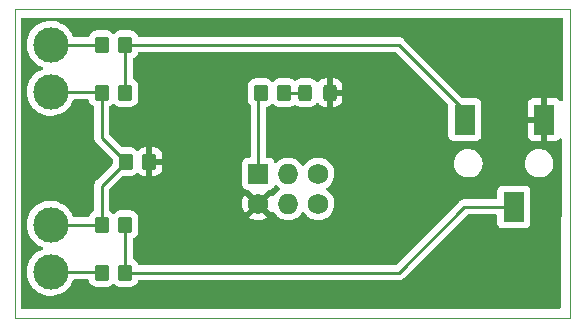
<source format=gbr>
%TF.GenerationSoftware,KiCad,Pcbnew,(6.0.4)*%
%TF.CreationDate,2022-07-05T22:15:58-06:00*%
%TF.ProjectId,fourPostScematic,666f7572-506f-4737-9453-63656d617469,rev?*%
%TF.SameCoordinates,Original*%
%TF.FileFunction,Copper,L1,Top*%
%TF.FilePolarity,Positive*%
%FSLAX46Y46*%
G04 Gerber Fmt 4.6, Leading zero omitted, Abs format (unit mm)*
G04 Created by KiCad (PCBNEW (6.0.4)) date 2022-07-05 22:15:58*
%MOMM*%
%LPD*%
G01*
G04 APERTURE LIST*
G04 Aperture macros list*
%AMRoundRect*
0 Rectangle with rounded corners*
0 $1 Rounding radius*
0 $2 $3 $4 $5 $6 $7 $8 $9 X,Y pos of 4 corners*
0 Add a 4 corners polygon primitive as box body*
4,1,4,$2,$3,$4,$5,$6,$7,$8,$9,$2,$3,0*
0 Add four circle primitives for the rounded corners*
1,1,$1+$1,$2,$3*
1,1,$1+$1,$4,$5*
1,1,$1+$1,$6,$7*
1,1,$1+$1,$8,$9*
0 Add four rect primitives between the rounded corners*
20,1,$1+$1,$2,$3,$4,$5,0*
20,1,$1+$1,$4,$5,$6,$7,0*
20,1,$1+$1,$6,$7,$8,$9,0*
20,1,$1+$1,$8,$9,$2,$3,0*%
G04 Aperture macros list end*
%TA.AperFunction,Profile*%
%ADD10C,0.100000*%
%TD*%
%TA.AperFunction,SMDPad,CuDef*%
%ADD11R,1.800000X2.600000*%
%TD*%
%TA.AperFunction,ComponentPad*%
%ADD12R,1.727200X1.727200*%
%TD*%
%TA.AperFunction,ComponentPad*%
%ADD13C,1.727200*%
%TD*%
%TA.AperFunction,ComponentPad*%
%ADD14O,1.727200X1.727200*%
%TD*%
%TA.AperFunction,SMDPad,CuDef*%
%ADD15RoundRect,0.250000X-0.350000X-0.450000X0.350000X-0.450000X0.350000X0.450000X-0.350000X0.450000X0*%
%TD*%
%TA.AperFunction,SMDPad,CuDef*%
%ADD16RoundRect,0.250000X0.325000X0.450000X-0.325000X0.450000X-0.325000X-0.450000X0.325000X-0.450000X0*%
%TD*%
%TA.AperFunction,ComponentPad*%
%ADD17C,3.000000*%
%TD*%
%TA.AperFunction,Conductor*%
%ADD18C,0.250000*%
%TD*%
G04 APERTURE END LIST*
D10*
X68072000Y-55372000D02*
X115062000Y-55372000D01*
X115062000Y-55372000D02*
X115062000Y-81534000D01*
X115062000Y-81534000D02*
X68072000Y-81534000D01*
X68072000Y-81534000D02*
X68072000Y-55372000D01*
D11*
%TO.P,J1,1*%
%TO.N,GND*%
X112940000Y-64759500D03*
%TO.P,J1,2*%
%TO.N,Net-(R1-Pad2)*%
X106190000Y-64759500D03*
%TO.P,J1,3*%
%TO.N,Net-(R3-Pad2)*%
X110340000Y-72159500D03*
%TD*%
D12*
%TO.P,X1,1,VCC*%
%TO.N,+3V3*%
X88706000Y-69362000D03*
D13*
%TO.P,X1,2,GND*%
%TO.N,GND*%
X88706000Y-71902000D03*
D14*
%TO.P,X1,3,SDA*%
%TO.N,unconnected-(X1-Pad3)*%
X91246000Y-69362000D03*
%TO.P,X1,4,SCL*%
%TO.N,unconnected-(X1-Pad4)*%
X91246000Y-71902000D03*
D13*
%TO.P,X1,5,GPIO1*%
%TO.N,unconnected-(X1-Pad5)*%
X93786000Y-69362000D03*
%TO.P,X1,6,GPIO2*%
%TO.N,unconnected-(X1-Pad6)*%
X93786000Y-71902000D03*
%TD*%
D15*
%TO.P,R6,1*%
%TO.N,+3V3*%
X88916000Y-62484000D03*
%TO.P,R6,2*%
%TO.N,Net-(D1-Pad2)*%
X90916000Y-62484000D03*
%TD*%
%TO.P,R4,1*%
%TO.N,Net-(R4-Pad1)*%
X75454000Y-77724000D03*
%TO.P,R4,2*%
%TO.N,Net-(R3-Pad2)*%
X77454000Y-77724000D03*
%TD*%
D16*
%TO.P,D1,1,K*%
%TO.N,GND*%
X94751000Y-62484000D03*
%TO.P,D1,2,A*%
%TO.N,Net-(D1-Pad2)*%
X92701000Y-62484000D03*
%TD*%
D17*
%TO.P,J3,1,Pin_1*%
%TO.N,Net-(R4-Pad1)*%
X71120000Y-77660000D03*
%TO.P,J3,2,Pin_1*%
%TO.N,Net-(R2-Pad1)*%
X71120000Y-73660000D03*
%TD*%
%TO.P,J2,1,Pin_1*%
%TO.N,Net-(R1-Pad1)*%
X71120000Y-58420000D03*
%TO.P,J2,2,Pin_1*%
%TO.N,Net-(R2-Pad1)*%
X71120000Y-62420000D03*
%TD*%
D15*
%TO.P,R2,1*%
%TO.N,Net-(R2-Pad1)*%
X75454000Y-62484000D03*
%TO.P,R2,2*%
%TO.N,Net-(R1-Pad2)*%
X77454000Y-62484000D03*
%TD*%
%TO.P,R5,1*%
%TO.N,Net-(R2-Pad1)*%
X77486000Y-68326000D03*
%TO.P,R5,2*%
%TO.N,GND*%
X79486000Y-68326000D03*
%TD*%
%TO.P,R3,1*%
%TO.N,Net-(R2-Pad1)*%
X75454000Y-73660000D03*
%TO.P,R3,2*%
%TO.N,Net-(R3-Pad2)*%
X77454000Y-73660000D03*
%TD*%
%TO.P,R1,1*%
%TO.N,Net-(R1-Pad1)*%
X75454000Y-58420000D03*
%TO.P,R1,2*%
%TO.N,Net-(R1-Pad2)*%
X77454000Y-58420000D03*
%TD*%
D18*
%TO.N,Net-(R1-Pad2)*%
X106190000Y-64759500D02*
X106190000Y-64026000D01*
X106190000Y-64026000D02*
X100584000Y-58420000D01*
X100584000Y-58420000D02*
X77454000Y-58420000D01*
X77454000Y-62484000D02*
X77454000Y-58420000D01*
%TO.N,Net-(R3-Pad2)*%
X77454000Y-77724000D02*
X100584000Y-77724000D01*
X106148500Y-72159500D02*
X100584000Y-77724000D01*
X77454000Y-77724000D02*
X77454000Y-73660000D01*
X110340000Y-72159500D02*
X106148500Y-72159500D01*
%TO.N,Net-(D1-Pad2)*%
X90916000Y-62484000D02*
X92701000Y-62484000D01*
%TO.N,Net-(R1-Pad1)*%
X71120000Y-58420000D02*
X75454000Y-58420000D01*
%TO.N,Net-(R2-Pad1)*%
X71120000Y-62420000D02*
X75390000Y-62420000D01*
X75454000Y-73660000D02*
X75454000Y-70358000D01*
X75454000Y-62484000D02*
X75454000Y-66294000D01*
X71120000Y-73660000D02*
X75454000Y-73660000D01*
X75390000Y-62420000D02*
X75454000Y-62484000D01*
X75454000Y-70358000D02*
X77486000Y-68326000D01*
X75454000Y-66294000D02*
X77486000Y-68326000D01*
%TO.N,Net-(R4-Pad1)*%
X75390000Y-77660000D02*
X75454000Y-77724000D01*
X71120000Y-77660000D02*
X75390000Y-77660000D01*
%TO.N,+3V3*%
X88706000Y-62694000D02*
X88706000Y-69362000D01*
X88916000Y-62484000D02*
X88706000Y-62694000D01*
%TD*%
%TA.AperFunction,Conductor*%
%TO.N,GND*%
G36*
X114494816Y-56154002D02*
G01*
X114541309Y-56207658D01*
X114552688Y-56261297D01*
X114482277Y-63091215D01*
X114482264Y-63092435D01*
X114461561Y-63160346D01*
X114407429Y-63206283D01*
X114337055Y-63215662D01*
X114272781Y-63185505D01*
X114255445Y-63166701D01*
X114208286Y-63103777D01*
X114195724Y-63091215D01*
X114093649Y-63014714D01*
X114078054Y-63006176D01*
X113957606Y-62961022D01*
X113942351Y-62957395D01*
X113891486Y-62951869D01*
X113884672Y-62951500D01*
X113212115Y-62951500D01*
X113196876Y-62955975D01*
X113195671Y-62957365D01*
X113194000Y-62965048D01*
X113194000Y-66549384D01*
X113198475Y-66564623D01*
X113199865Y-66565828D01*
X113207548Y-66567499D01*
X113884669Y-66567499D01*
X113891490Y-66567129D01*
X113942352Y-66561605D01*
X113957604Y-66557979D01*
X114078054Y-66512824D01*
X114093649Y-66504286D01*
X114195724Y-66427785D01*
X114208283Y-66415226D01*
X114220566Y-66398837D01*
X114277426Y-66356323D01*
X114348245Y-66351298D01*
X114410538Y-66385358D01*
X114444528Y-66447689D01*
X114447385Y-66475698D01*
X114311400Y-79666199D01*
X114301286Y-80647299D01*
X114280583Y-80715210D01*
X114226451Y-80761147D01*
X114175293Y-80772000D01*
X68706500Y-80772000D01*
X68638379Y-80751998D01*
X68591886Y-80698342D01*
X68580500Y-80646000D01*
X68580500Y-77638918D01*
X69106917Y-77638918D01*
X69122682Y-77912320D01*
X69123507Y-77916525D01*
X69123508Y-77916533D01*
X69153917Y-78071526D01*
X69175405Y-78181053D01*
X69176792Y-78185103D01*
X69176793Y-78185108D01*
X69236485Y-78359453D01*
X69264112Y-78440144D01*
X69266039Y-78443975D01*
X69373086Y-78656815D01*
X69387160Y-78684799D01*
X69389586Y-78688328D01*
X69389589Y-78688334D01*
X69513359Y-78868419D01*
X69542274Y-78910490D01*
X69545161Y-78913663D01*
X69545162Y-78913664D01*
X69552964Y-78922238D01*
X69726582Y-79113043D01*
X69936675Y-79288707D01*
X69940316Y-79290991D01*
X70165024Y-79431951D01*
X70165028Y-79431953D01*
X70168664Y-79434234D01*
X70236544Y-79464883D01*
X70414345Y-79545164D01*
X70414349Y-79545166D01*
X70418257Y-79546930D01*
X70422377Y-79548150D01*
X70422376Y-79548150D01*
X70676723Y-79623491D01*
X70676727Y-79623492D01*
X70680836Y-79624709D01*
X70685070Y-79625357D01*
X70685075Y-79625358D01*
X70947298Y-79665483D01*
X70947300Y-79665483D01*
X70951540Y-79666132D01*
X71090912Y-79668322D01*
X71221071Y-79670367D01*
X71221077Y-79670367D01*
X71225362Y-79670434D01*
X71497235Y-79637534D01*
X71762127Y-79568041D01*
X71766087Y-79566401D01*
X71766092Y-79566399D01*
X71888632Y-79515641D01*
X72015136Y-79463241D01*
X72251582Y-79325073D01*
X72467089Y-79156094D01*
X72508809Y-79113043D01*
X72654686Y-78962509D01*
X72657669Y-78959431D01*
X72660202Y-78955983D01*
X72660206Y-78955978D01*
X72817257Y-78742178D01*
X72819795Y-78738723D01*
X72848565Y-78685736D01*
X72948418Y-78501830D01*
X72948419Y-78501828D01*
X72950468Y-78498054D01*
X72996980Y-78374963D01*
X73039769Y-78318310D01*
X73106395Y-78293784D01*
X73114846Y-78293500D01*
X74253451Y-78293500D01*
X74321572Y-78313502D01*
X74368065Y-78367158D01*
X74372972Y-78379616D01*
X74412450Y-78497946D01*
X74505522Y-78648348D01*
X74630697Y-78773305D01*
X74636927Y-78777145D01*
X74636928Y-78777146D01*
X74774090Y-78861694D01*
X74781262Y-78866115D01*
X74861005Y-78892564D01*
X74942611Y-78919632D01*
X74942613Y-78919632D01*
X74949139Y-78921797D01*
X74955975Y-78922497D01*
X74955978Y-78922498D01*
X74999031Y-78926909D01*
X75053600Y-78932500D01*
X75854400Y-78932500D01*
X75857646Y-78932163D01*
X75857650Y-78932163D01*
X75953308Y-78922238D01*
X75953312Y-78922237D01*
X75960166Y-78921526D01*
X75966702Y-78919345D01*
X75966704Y-78919345D01*
X76098806Y-78875272D01*
X76127946Y-78865550D01*
X76278348Y-78772478D01*
X76364784Y-78685891D01*
X76427066Y-78651812D01*
X76497886Y-78656815D01*
X76542976Y-78685736D01*
X76630697Y-78773305D01*
X76636927Y-78777145D01*
X76636928Y-78777146D01*
X76774090Y-78861694D01*
X76781262Y-78866115D01*
X76861005Y-78892564D01*
X76942611Y-78919632D01*
X76942613Y-78919632D01*
X76949139Y-78921797D01*
X76955975Y-78922497D01*
X76955978Y-78922498D01*
X76999031Y-78926909D01*
X77053600Y-78932500D01*
X77854400Y-78932500D01*
X77857646Y-78932163D01*
X77857650Y-78932163D01*
X77953308Y-78922238D01*
X77953312Y-78922237D01*
X77960166Y-78921526D01*
X77966702Y-78919345D01*
X77966704Y-78919345D01*
X78098806Y-78875272D01*
X78127946Y-78865550D01*
X78278348Y-78772478D01*
X78403305Y-78647303D01*
X78496115Y-78496738D01*
X78513663Y-78443832D01*
X78554094Y-78385473D01*
X78619658Y-78358236D01*
X78633256Y-78357500D01*
X100505233Y-78357500D01*
X100516416Y-78358027D01*
X100523909Y-78359702D01*
X100531835Y-78359453D01*
X100531836Y-78359453D01*
X100591986Y-78357562D01*
X100595945Y-78357500D01*
X100623856Y-78357500D01*
X100627791Y-78357003D01*
X100627856Y-78356995D01*
X100639693Y-78356062D01*
X100671951Y-78355048D01*
X100675970Y-78354922D01*
X100683889Y-78354673D01*
X100703343Y-78349021D01*
X100722700Y-78345013D01*
X100734930Y-78343468D01*
X100734931Y-78343468D01*
X100742797Y-78342474D01*
X100750168Y-78339555D01*
X100750170Y-78339555D01*
X100783912Y-78326196D01*
X100795142Y-78322351D01*
X100829983Y-78312229D01*
X100829984Y-78312229D01*
X100837593Y-78310018D01*
X100844412Y-78305985D01*
X100844417Y-78305983D01*
X100855028Y-78299707D01*
X100872776Y-78291012D01*
X100891617Y-78283552D01*
X100927387Y-78257564D01*
X100937307Y-78251048D01*
X100968535Y-78232580D01*
X100968538Y-78232578D01*
X100975362Y-78228542D01*
X100989683Y-78214221D01*
X101004717Y-78201380D01*
X101014694Y-78194131D01*
X101021107Y-78189472D01*
X101049298Y-78155395D01*
X101057288Y-78146616D01*
X106373999Y-72829905D01*
X106436311Y-72795879D01*
X106463094Y-72793000D01*
X108805500Y-72793000D01*
X108873621Y-72813002D01*
X108920114Y-72866658D01*
X108931500Y-72919000D01*
X108931500Y-73507634D01*
X108938255Y-73569816D01*
X108989385Y-73706205D01*
X109076739Y-73822761D01*
X109193295Y-73910115D01*
X109329684Y-73961245D01*
X109391866Y-73968000D01*
X111288134Y-73968000D01*
X111350316Y-73961245D01*
X111486705Y-73910115D01*
X111603261Y-73822761D01*
X111690615Y-73706205D01*
X111741745Y-73569816D01*
X111748500Y-73507634D01*
X111748500Y-70811366D01*
X111741745Y-70749184D01*
X111690615Y-70612795D01*
X111603261Y-70496239D01*
X111486705Y-70408885D01*
X111350316Y-70357755D01*
X111288134Y-70351000D01*
X109391866Y-70351000D01*
X109329684Y-70357755D01*
X109193295Y-70408885D01*
X109076739Y-70496239D01*
X108989385Y-70612795D01*
X108938255Y-70749184D01*
X108931500Y-70811366D01*
X108931500Y-71400000D01*
X108911498Y-71468121D01*
X108857842Y-71514614D01*
X108805500Y-71526000D01*
X106227263Y-71526000D01*
X106216079Y-71525473D01*
X106208591Y-71523799D01*
X106200668Y-71524048D01*
X106140533Y-71525938D01*
X106136575Y-71526000D01*
X106108644Y-71526000D01*
X106104729Y-71526495D01*
X106104725Y-71526495D01*
X106104667Y-71526503D01*
X106104638Y-71526506D01*
X106092796Y-71527439D01*
X106048610Y-71528827D01*
X106033523Y-71533210D01*
X106029158Y-71534478D01*
X106009806Y-71538486D01*
X105997568Y-71540032D01*
X105997566Y-71540033D01*
X105989703Y-71541026D01*
X105948586Y-71557306D01*
X105937385Y-71561141D01*
X105894906Y-71573482D01*
X105888087Y-71577515D01*
X105888082Y-71577517D01*
X105877471Y-71583793D01*
X105859721Y-71592490D01*
X105840883Y-71599948D01*
X105834467Y-71604609D01*
X105834466Y-71604610D01*
X105805125Y-71625928D01*
X105795201Y-71632447D01*
X105763960Y-71650922D01*
X105763955Y-71650926D01*
X105757137Y-71654958D01*
X105742813Y-71669282D01*
X105727781Y-71682121D01*
X105711393Y-71694028D01*
X105683212Y-71728093D01*
X105675222Y-71736873D01*
X100358500Y-77053595D01*
X100296188Y-77087621D01*
X100269405Y-77090500D01*
X78633197Y-77090500D01*
X78565076Y-77070498D01*
X78518583Y-77016842D01*
X78513674Y-77004377D01*
X78497867Y-76956998D01*
X78497866Y-76956996D01*
X78495550Y-76950054D01*
X78402478Y-76799652D01*
X78277303Y-76674695D01*
X78183887Y-76617112D01*
X78147384Y-76594611D01*
X78099890Y-76541838D01*
X78087500Y-76487351D01*
X78087500Y-74896781D01*
X78107502Y-74828660D01*
X78147197Y-74789637D01*
X78272120Y-74712332D01*
X78278348Y-74708478D01*
X78403305Y-74583303D01*
X78453991Y-74501075D01*
X78492275Y-74438968D01*
X78492276Y-74438966D01*
X78496115Y-74432738D01*
X78551797Y-74264861D01*
X78562500Y-74160400D01*
X78562500Y-73159600D01*
X78560845Y-73143645D01*
X78552238Y-73060692D01*
X78552237Y-73060688D01*
X78551526Y-73053834D01*
X78545842Y-73036796D01*
X87936034Y-73036796D01*
X87941315Y-73043850D01*
X88106859Y-73140586D01*
X88116146Y-73145036D01*
X88317193Y-73221808D01*
X88327091Y-73224684D01*
X88537979Y-73267589D01*
X88548208Y-73268808D01*
X88763269Y-73276695D01*
X88773555Y-73276228D01*
X88987022Y-73248883D01*
X88997099Y-73246741D01*
X89203225Y-73184900D01*
X89212832Y-73181134D01*
X89406074Y-73086466D01*
X89414940Y-73081181D01*
X89464998Y-73045474D01*
X89473399Y-73034774D01*
X89466411Y-73021621D01*
X88718812Y-72274022D01*
X88704868Y-72266408D01*
X88703035Y-72266539D01*
X88696420Y-72270790D01*
X87942794Y-73024416D01*
X87936034Y-73036796D01*
X78545842Y-73036796D01*
X78541712Y-73024416D01*
X78497868Y-72893002D01*
X78495550Y-72886054D01*
X78402478Y-72735652D01*
X78277303Y-72610695D01*
X78270447Y-72606469D01*
X78132968Y-72521725D01*
X78132966Y-72521724D01*
X78126738Y-72517885D01*
X78046707Y-72491340D01*
X77965389Y-72464368D01*
X77965387Y-72464368D01*
X77958861Y-72462203D01*
X77952025Y-72461503D01*
X77952022Y-72461502D01*
X77908969Y-72457091D01*
X77854400Y-72451500D01*
X77053600Y-72451500D01*
X77050354Y-72451837D01*
X77050350Y-72451837D01*
X76954692Y-72461762D01*
X76954688Y-72461763D01*
X76947834Y-72462474D01*
X76941298Y-72464655D01*
X76941296Y-72464655D01*
X76861312Y-72491340D01*
X76780054Y-72518450D01*
X76629652Y-72611522D01*
X76580660Y-72660600D01*
X76543216Y-72698109D01*
X76480934Y-72732188D01*
X76410114Y-72727185D01*
X76365025Y-72698264D01*
X76282483Y-72615866D01*
X76277303Y-72610695D01*
X76270447Y-72606469D01*
X76147384Y-72530611D01*
X76099890Y-72477838D01*
X76087500Y-72423351D01*
X76087500Y-71873530D01*
X87330407Y-71873530D01*
X87342795Y-72088375D01*
X87344231Y-72098596D01*
X87391542Y-72308528D01*
X87394621Y-72318356D01*
X87475586Y-72517748D01*
X87480239Y-72526959D01*
X87562569Y-72661308D01*
X87573027Y-72670770D01*
X87581803Y-72666987D01*
X88333978Y-71914812D01*
X88341592Y-71900868D01*
X88341461Y-71899035D01*
X88337210Y-71892420D01*
X87586062Y-71141272D01*
X87574526Y-71134972D01*
X87562243Y-71144595D01*
X87512225Y-71217918D01*
X87507137Y-71226874D01*
X87416530Y-71422071D01*
X87412967Y-71431758D01*
X87355459Y-71639124D01*
X87353528Y-71649244D01*
X87330659Y-71863241D01*
X87330407Y-71873530D01*
X76087500Y-71873530D01*
X76087500Y-70672594D01*
X76107502Y-70604473D01*
X76124405Y-70583499D01*
X76434170Y-70273734D01*
X87333900Y-70273734D01*
X87340655Y-70335916D01*
X87391785Y-70472305D01*
X87479139Y-70588861D01*
X87595695Y-70676215D01*
X87732084Y-70727345D01*
X87794266Y-70734100D01*
X87845120Y-70734100D01*
X87913241Y-70754102D01*
X87934215Y-70771005D01*
X88693188Y-71529978D01*
X88707132Y-71537592D01*
X88708965Y-71537461D01*
X88715580Y-71533210D01*
X89477785Y-70771005D01*
X89540097Y-70736979D01*
X89566880Y-70734100D01*
X89617734Y-70734100D01*
X89679916Y-70727345D01*
X89816305Y-70676215D01*
X89932861Y-70588861D01*
X90020215Y-70472305D01*
X90051867Y-70387875D01*
X90058213Y-70370946D01*
X90100854Y-70314181D01*
X90167416Y-70289481D01*
X90236765Y-70304688D01*
X90271431Y-70332676D01*
X90282702Y-70345687D01*
X90456299Y-70489810D01*
X90460751Y-70492412D01*
X90460756Y-70492415D01*
X90510069Y-70521231D01*
X90558792Y-70572870D01*
X90571863Y-70642653D01*
X90545131Y-70708425D01*
X90514595Y-70735783D01*
X90512335Y-70736960D01*
X90331905Y-70872430D01*
X90176024Y-71035550D01*
X90173107Y-71039827D01*
X90079199Y-71177491D01*
X90024287Y-71222494D01*
X89953762Y-71230665D01*
X89890015Y-71199411D01*
X89869318Y-71174927D01*
X89848899Y-71143363D01*
X89838212Y-71134160D01*
X89828647Y-71138563D01*
X89078022Y-71889188D01*
X89070408Y-71903132D01*
X89070539Y-71904965D01*
X89074790Y-71911580D01*
X89826219Y-72663009D01*
X89838230Y-72669568D01*
X89849969Y-72660600D01*
X89875087Y-72625645D01*
X89931082Y-72581998D01*
X90001786Y-72575553D01*
X90064750Y-72608356D01*
X90084842Y-72633337D01*
X90101983Y-72661308D01*
X90134975Y-72715147D01*
X90282702Y-72885687D01*
X90418618Y-72998527D01*
X90451426Y-73025764D01*
X90456299Y-73029810D01*
X90460751Y-73032412D01*
X90460756Y-73032415D01*
X90573568Y-73098337D01*
X90651103Y-73143645D01*
X90861884Y-73224134D01*
X90866952Y-73225165D01*
X90866955Y-73225166D01*
X90973000Y-73246741D01*
X91082981Y-73269117D01*
X91088156Y-73269307D01*
X91088158Y-73269307D01*
X91303292Y-73277196D01*
X91303296Y-73277196D01*
X91308456Y-73277385D01*
X91313576Y-73276729D01*
X91313578Y-73276729D01*
X91384926Y-73267589D01*
X91532253Y-73248716D01*
X91537202Y-73247231D01*
X91537208Y-73247230D01*
X91743413Y-73185365D01*
X91743412Y-73185365D01*
X91748363Y-73183880D01*
X91843419Y-73137312D01*
X91946331Y-73086897D01*
X91946336Y-73086894D01*
X91950982Y-73084618D01*
X91955192Y-73081615D01*
X91955197Y-73081612D01*
X92130455Y-72956601D01*
X92130459Y-72956597D01*
X92134667Y-72953596D01*
X92294487Y-72794333D01*
X92415370Y-72626107D01*
X92471364Y-72582459D01*
X92542068Y-72576013D01*
X92605032Y-72608816D01*
X92625125Y-72633799D01*
X92672275Y-72710743D01*
X92672279Y-72710748D01*
X92674975Y-72715147D01*
X92822702Y-72885687D01*
X92958618Y-72998527D01*
X92991426Y-73025764D01*
X92996299Y-73029810D01*
X93000751Y-73032412D01*
X93000756Y-73032415D01*
X93113568Y-73098337D01*
X93191103Y-73143645D01*
X93401884Y-73224134D01*
X93406952Y-73225165D01*
X93406955Y-73225166D01*
X93513000Y-73246741D01*
X93622981Y-73269117D01*
X93628156Y-73269307D01*
X93628158Y-73269307D01*
X93843292Y-73277196D01*
X93843296Y-73277196D01*
X93848456Y-73277385D01*
X93853576Y-73276729D01*
X93853578Y-73276729D01*
X93924926Y-73267589D01*
X94072253Y-73248716D01*
X94077202Y-73247231D01*
X94077208Y-73247230D01*
X94283413Y-73185365D01*
X94283412Y-73185365D01*
X94288363Y-73183880D01*
X94383419Y-73137312D01*
X94486331Y-73086897D01*
X94486336Y-73086894D01*
X94490982Y-73084618D01*
X94495192Y-73081615D01*
X94495197Y-73081612D01*
X94670455Y-72956601D01*
X94670459Y-72956597D01*
X94674667Y-72953596D01*
X94834487Y-72794333D01*
X94966150Y-72611105D01*
X95066118Y-72408835D01*
X95131708Y-72192952D01*
X95154253Y-72021706D01*
X95160721Y-71972578D01*
X95160722Y-71972572D01*
X95161158Y-71969256D01*
X95162802Y-71902000D01*
X95144315Y-71677132D01*
X95089349Y-71458304D01*
X94999380Y-71251391D01*
X94949913Y-71174927D01*
X94879634Y-71066291D01*
X94879632Y-71066288D01*
X94876826Y-71061951D01*
X94724977Y-70895071D01*
X94720926Y-70891872D01*
X94720922Y-70891868D01*
X94551966Y-70758434D01*
X94551962Y-70758432D01*
X94547911Y-70755232D01*
X94524535Y-70742328D01*
X94474564Y-70691896D01*
X94459792Y-70622453D01*
X94484908Y-70556047D01*
X94512259Y-70529441D01*
X94670455Y-70416601D01*
X94670459Y-70416597D01*
X94674667Y-70413596D01*
X94834487Y-70254333D01*
X94966150Y-70071105D01*
X95066118Y-69868835D01*
X95131708Y-69652952D01*
X95146888Y-69537651D01*
X95160721Y-69432578D01*
X95160722Y-69432572D01*
X95161158Y-69429256D01*
X95162410Y-69378026D01*
X95162720Y-69365364D01*
X95162720Y-69365360D01*
X95162802Y-69362000D01*
X95144315Y-69137132D01*
X95089349Y-68918304D01*
X94999380Y-68711391D01*
X94951096Y-68636755D01*
X94879634Y-68526291D01*
X94879632Y-68526288D01*
X94876826Y-68521951D01*
X94854680Y-68497613D01*
X105277214Y-68497613D01*
X105303130Y-68711777D01*
X105366563Y-68917966D01*
X105465505Y-69109664D01*
X105468920Y-69114114D01*
X105593415Y-69276360D01*
X105593419Y-69276364D01*
X105596831Y-69280811D01*
X105604223Y-69287537D01*
X105752242Y-69422224D01*
X105752245Y-69422226D01*
X105756389Y-69425997D01*
X105761141Y-69428978D01*
X105934379Y-69537651D01*
X105934383Y-69537653D01*
X105939135Y-69540634D01*
X106139293Y-69621097D01*
X106350537Y-69664844D01*
X106355148Y-69665110D01*
X106355149Y-69665110D01*
X106403452Y-69667895D01*
X106403456Y-69667895D01*
X106405275Y-69668000D01*
X106544735Y-69668000D01*
X106547522Y-69667751D01*
X106547528Y-69667751D01*
X106614240Y-69661797D01*
X106704872Y-69653708D01*
X106831740Y-69619001D01*
X106907536Y-69598266D01*
X106907540Y-69598265D01*
X106912952Y-69596784D01*
X107107663Y-69503911D01*
X107282851Y-69378026D01*
X107403566Y-69253458D01*
X107429074Y-69227136D01*
X107429076Y-69227133D01*
X107432977Y-69223108D01*
X107553297Y-69044053D01*
X107640008Y-68846520D01*
X107690368Y-68636755D01*
X107698391Y-68497613D01*
X111277214Y-68497613D01*
X111303130Y-68711777D01*
X111366563Y-68917966D01*
X111465505Y-69109664D01*
X111468920Y-69114114D01*
X111593415Y-69276360D01*
X111593419Y-69276364D01*
X111596831Y-69280811D01*
X111604223Y-69287537D01*
X111752242Y-69422224D01*
X111752245Y-69422226D01*
X111756389Y-69425997D01*
X111761141Y-69428978D01*
X111934379Y-69537651D01*
X111934383Y-69537653D01*
X111939135Y-69540634D01*
X112139293Y-69621097D01*
X112350537Y-69664844D01*
X112355148Y-69665110D01*
X112355149Y-69665110D01*
X112403452Y-69667895D01*
X112403456Y-69667895D01*
X112405275Y-69668000D01*
X112544735Y-69668000D01*
X112547522Y-69667751D01*
X112547528Y-69667751D01*
X112614240Y-69661797D01*
X112704872Y-69653708D01*
X112831740Y-69619001D01*
X112907536Y-69598266D01*
X112907540Y-69598265D01*
X112912952Y-69596784D01*
X113107663Y-69503911D01*
X113282851Y-69378026D01*
X113403566Y-69253458D01*
X113429074Y-69227136D01*
X113429076Y-69227133D01*
X113432977Y-69223108D01*
X113553297Y-69044053D01*
X113640008Y-68846520D01*
X113690368Y-68636755D01*
X113701317Y-68446869D01*
X113702463Y-68426994D01*
X113702463Y-68426991D01*
X113702786Y-68421387D01*
X113676870Y-68207223D01*
X113664064Y-68165595D01*
X113615085Y-68006391D01*
X113613437Y-68001034D01*
X113524595Y-67828905D01*
X113517066Y-67814317D01*
X113517065Y-67814316D01*
X113514495Y-67809336D01*
X113440881Y-67713400D01*
X113386585Y-67642640D01*
X113386581Y-67642636D01*
X113383169Y-67638189D01*
X113321616Y-67582180D01*
X113227758Y-67496776D01*
X113227755Y-67496774D01*
X113223611Y-67493003D01*
X113218859Y-67490022D01*
X113045621Y-67381349D01*
X113045617Y-67381347D01*
X113040865Y-67378366D01*
X112840707Y-67297903D01*
X112629463Y-67254156D01*
X112624852Y-67253890D01*
X112624851Y-67253890D01*
X112576548Y-67251105D01*
X112576544Y-67251105D01*
X112574725Y-67251000D01*
X112435265Y-67251000D01*
X112432478Y-67251249D01*
X112432472Y-67251249D01*
X112365760Y-67257203D01*
X112275128Y-67265292D01*
X112160085Y-67296764D01*
X112072464Y-67320734D01*
X112072460Y-67320735D01*
X112067048Y-67322216D01*
X111872337Y-67415089D01*
X111697149Y-67540974D01*
X111547023Y-67695892D01*
X111426703Y-67874947D01*
X111339992Y-68072480D01*
X111289632Y-68282245D01*
X111289309Y-68287850D01*
X111280865Y-68434301D01*
X111277214Y-68497613D01*
X107698391Y-68497613D01*
X107701317Y-68446869D01*
X107702463Y-68426994D01*
X107702463Y-68426991D01*
X107702786Y-68421387D01*
X107676870Y-68207223D01*
X107664064Y-68165595D01*
X107615085Y-68006391D01*
X107613437Y-68001034D01*
X107524595Y-67828905D01*
X107517066Y-67814317D01*
X107517065Y-67814316D01*
X107514495Y-67809336D01*
X107440881Y-67713400D01*
X107386585Y-67642640D01*
X107386581Y-67642636D01*
X107383169Y-67638189D01*
X107321616Y-67582180D01*
X107227758Y-67496776D01*
X107227755Y-67496774D01*
X107223611Y-67493003D01*
X107218859Y-67490022D01*
X107045621Y-67381349D01*
X107045617Y-67381347D01*
X107040865Y-67378366D01*
X106840707Y-67297903D01*
X106629463Y-67254156D01*
X106624852Y-67253890D01*
X106624851Y-67253890D01*
X106576548Y-67251105D01*
X106576544Y-67251105D01*
X106574725Y-67251000D01*
X106435265Y-67251000D01*
X106432478Y-67251249D01*
X106432472Y-67251249D01*
X106365760Y-67257203D01*
X106275128Y-67265292D01*
X106160085Y-67296764D01*
X106072464Y-67320734D01*
X106072460Y-67320735D01*
X106067048Y-67322216D01*
X105872337Y-67415089D01*
X105697149Y-67540974D01*
X105547023Y-67695892D01*
X105426703Y-67874947D01*
X105339992Y-68072480D01*
X105289632Y-68282245D01*
X105289309Y-68287850D01*
X105280865Y-68434301D01*
X105277214Y-68497613D01*
X94854680Y-68497613D01*
X94724977Y-68355071D01*
X94720926Y-68351872D01*
X94720922Y-68351868D01*
X94551966Y-68218434D01*
X94551962Y-68218432D01*
X94547911Y-68215232D01*
X94350383Y-68106191D01*
X94137698Y-68030876D01*
X94087297Y-68021898D01*
X93920657Y-67992214D01*
X93920653Y-67992214D01*
X93915569Y-67991308D01*
X93843574Y-67990429D01*
X93695129Y-67988615D01*
X93695127Y-67988615D01*
X93689959Y-67988552D01*
X93466929Y-68022680D01*
X93252468Y-68092777D01*
X93052335Y-68196960D01*
X93048202Y-68200063D01*
X93048199Y-68200065D01*
X92938745Y-68282245D01*
X92871905Y-68332430D01*
X92716024Y-68495550D01*
X92713109Y-68499824D01*
X92713106Y-68499827D01*
X92619503Y-68637043D01*
X92564592Y-68682046D01*
X92494067Y-68690217D01*
X92430320Y-68658963D01*
X92409623Y-68634479D01*
X92407470Y-68631150D01*
X92336826Y-68521951D01*
X92184977Y-68355071D01*
X92180926Y-68351872D01*
X92180922Y-68351868D01*
X92011966Y-68218434D01*
X92011962Y-68218432D01*
X92007911Y-68215232D01*
X91810383Y-68106191D01*
X91597698Y-68030876D01*
X91547297Y-68021898D01*
X91380657Y-67992214D01*
X91380653Y-67992214D01*
X91375569Y-67991308D01*
X91303574Y-67990429D01*
X91155129Y-67988615D01*
X91155127Y-67988615D01*
X91149959Y-67988552D01*
X90926929Y-68022680D01*
X90712468Y-68092777D01*
X90512335Y-68196960D01*
X90508202Y-68200063D01*
X90508199Y-68200065D01*
X90398745Y-68282245D01*
X90331905Y-68332430D01*
X90328333Y-68336168D01*
X90268411Y-68398872D01*
X90206887Y-68434301D01*
X90135975Y-68430844D01*
X90078188Y-68389598D01*
X90059336Y-68356050D01*
X90023367Y-68260103D01*
X90020215Y-68251695D01*
X89932861Y-68135139D01*
X89816305Y-68047785D01*
X89679916Y-67996655D01*
X89617734Y-67989900D01*
X89465500Y-67989900D01*
X89397379Y-67969898D01*
X89350886Y-67916242D01*
X89339500Y-67863900D01*
X89339500Y-63799896D01*
X89359502Y-63731775D01*
X89413158Y-63685282D01*
X89425619Y-63680374D01*
X89589946Y-63625550D01*
X89740348Y-63532478D01*
X89826784Y-63445891D01*
X89889066Y-63411812D01*
X89959886Y-63416815D01*
X90004975Y-63445736D01*
X90035517Y-63476225D01*
X90092697Y-63533305D01*
X90098927Y-63537145D01*
X90098928Y-63537146D01*
X90236288Y-63621816D01*
X90243262Y-63626115D01*
X90323005Y-63652564D01*
X90404611Y-63679632D01*
X90404613Y-63679632D01*
X90411139Y-63681797D01*
X90417975Y-63682497D01*
X90417978Y-63682498D01*
X90461031Y-63686909D01*
X90515600Y-63692500D01*
X91316400Y-63692500D01*
X91319646Y-63692163D01*
X91319650Y-63692163D01*
X91415308Y-63682238D01*
X91415312Y-63682237D01*
X91422166Y-63681526D01*
X91428702Y-63679345D01*
X91428704Y-63679345D01*
X91560806Y-63635272D01*
X91589946Y-63625550D01*
X91667529Y-63577540D01*
X91734126Y-63536329D01*
X91734130Y-63536326D01*
X91740348Y-63532478D01*
X91743706Y-63529114D01*
X91808540Y-63502872D01*
X91878304Y-63516043D01*
X91898169Y-63528785D01*
X91902697Y-63533305D01*
X92000299Y-63593468D01*
X92046288Y-63621816D01*
X92053262Y-63626115D01*
X92133005Y-63652564D01*
X92214611Y-63679632D01*
X92214613Y-63679632D01*
X92221139Y-63681797D01*
X92227975Y-63682497D01*
X92227978Y-63682498D01*
X92271031Y-63686909D01*
X92325600Y-63692500D01*
X93076400Y-63692500D01*
X93079646Y-63692163D01*
X93079650Y-63692163D01*
X93175308Y-63682238D01*
X93175312Y-63682237D01*
X93182166Y-63681526D01*
X93188702Y-63679345D01*
X93188704Y-63679345D01*
X93320806Y-63635272D01*
X93349946Y-63625550D01*
X93500348Y-63532478D01*
X93625305Y-63407303D01*
X93628102Y-63402765D01*
X93685353Y-63362176D01*
X93756276Y-63358946D01*
X93817687Y-63394572D01*
X93825062Y-63403068D01*
X93833098Y-63413207D01*
X93947829Y-63527739D01*
X93959240Y-63536751D01*
X94097243Y-63621816D01*
X94110424Y-63627963D01*
X94264710Y-63679138D01*
X94278086Y-63682005D01*
X94372438Y-63691672D01*
X94378854Y-63692000D01*
X94478885Y-63692000D01*
X94494124Y-63687525D01*
X94495329Y-63686135D01*
X94497000Y-63678452D01*
X94497000Y-63673884D01*
X95005000Y-63673884D01*
X95009475Y-63689123D01*
X95010865Y-63690328D01*
X95018548Y-63691999D01*
X95123095Y-63691999D01*
X95129614Y-63691662D01*
X95225206Y-63681743D01*
X95238600Y-63678851D01*
X95392784Y-63627412D01*
X95405962Y-63621239D01*
X95543807Y-63535937D01*
X95555208Y-63526901D01*
X95669739Y-63412171D01*
X95678751Y-63400760D01*
X95763816Y-63262757D01*
X95769963Y-63249576D01*
X95821138Y-63095290D01*
X95824005Y-63081914D01*
X95833672Y-62987562D01*
X95834000Y-62981146D01*
X95834000Y-62756115D01*
X95829525Y-62740876D01*
X95828135Y-62739671D01*
X95820452Y-62738000D01*
X95023115Y-62738000D01*
X95007876Y-62742475D01*
X95006671Y-62743865D01*
X95005000Y-62751548D01*
X95005000Y-63673884D01*
X94497000Y-63673884D01*
X94497000Y-62211885D01*
X95005000Y-62211885D01*
X95009475Y-62227124D01*
X95010865Y-62228329D01*
X95018548Y-62230000D01*
X95815884Y-62230000D01*
X95831123Y-62225525D01*
X95832328Y-62224135D01*
X95833999Y-62216452D01*
X95833999Y-61986905D01*
X95833662Y-61980386D01*
X95823743Y-61884794D01*
X95820851Y-61871400D01*
X95769412Y-61717216D01*
X95763239Y-61704038D01*
X95677937Y-61566193D01*
X95668901Y-61554792D01*
X95554171Y-61440261D01*
X95542760Y-61431249D01*
X95404757Y-61346184D01*
X95391576Y-61340037D01*
X95237290Y-61288862D01*
X95223914Y-61285995D01*
X95129562Y-61276328D01*
X95123145Y-61276000D01*
X95023115Y-61276000D01*
X95007876Y-61280475D01*
X95006671Y-61281865D01*
X95005000Y-61289548D01*
X95005000Y-62211885D01*
X94497000Y-62211885D01*
X94497000Y-61294116D01*
X94492525Y-61278877D01*
X94491135Y-61277672D01*
X94483452Y-61276001D01*
X94378905Y-61276001D01*
X94372386Y-61276338D01*
X94276794Y-61286257D01*
X94263400Y-61289149D01*
X94109216Y-61340588D01*
X94096038Y-61346761D01*
X93958193Y-61432063D01*
X93946792Y-61441099D01*
X93832262Y-61555828D01*
X93825206Y-61564762D01*
X93767288Y-61605823D01*
X93696365Y-61609053D01*
X93634954Y-61573426D01*
X93628154Y-61565593D01*
X93624478Y-61559652D01*
X93499303Y-61434695D01*
X93405887Y-61377112D01*
X93354968Y-61345725D01*
X93354966Y-61345724D01*
X93348738Y-61341885D01*
X93268707Y-61315340D01*
X93187389Y-61288368D01*
X93187387Y-61288368D01*
X93180861Y-61286203D01*
X93174025Y-61285503D01*
X93174022Y-61285502D01*
X93130969Y-61281091D01*
X93076400Y-61275500D01*
X92325600Y-61275500D01*
X92322354Y-61275837D01*
X92322350Y-61275837D01*
X92226692Y-61285762D01*
X92226688Y-61285763D01*
X92219834Y-61286474D01*
X92213298Y-61288655D01*
X92213296Y-61288655D01*
X92133312Y-61315340D01*
X92052054Y-61342450D01*
X91996041Y-61377112D01*
X91907874Y-61431671D01*
X91907870Y-61431674D01*
X91901652Y-61435522D01*
X91898294Y-61438886D01*
X91833460Y-61465128D01*
X91763696Y-61451957D01*
X91743831Y-61439215D01*
X91739303Y-61434695D01*
X91611080Y-61355657D01*
X91594968Y-61345725D01*
X91594966Y-61345724D01*
X91588738Y-61341885D01*
X91508707Y-61315340D01*
X91427389Y-61288368D01*
X91427387Y-61288368D01*
X91420861Y-61286203D01*
X91414025Y-61285503D01*
X91414022Y-61285502D01*
X91370969Y-61281091D01*
X91316400Y-61275500D01*
X90515600Y-61275500D01*
X90512354Y-61275837D01*
X90512350Y-61275837D01*
X90416692Y-61285762D01*
X90416688Y-61285763D01*
X90409834Y-61286474D01*
X90403298Y-61288655D01*
X90403296Y-61288655D01*
X90323312Y-61315340D01*
X90242054Y-61342450D01*
X90091652Y-61435522D01*
X90086479Y-61440704D01*
X90005216Y-61522109D01*
X89942934Y-61556188D01*
X89872114Y-61551185D01*
X89827025Y-61522264D01*
X89744483Y-61439866D01*
X89739303Y-61434695D01*
X89645887Y-61377112D01*
X89594968Y-61345725D01*
X89594966Y-61345724D01*
X89588738Y-61341885D01*
X89508707Y-61315340D01*
X89427389Y-61288368D01*
X89427387Y-61288368D01*
X89420861Y-61286203D01*
X89414025Y-61285503D01*
X89414022Y-61285502D01*
X89370969Y-61281091D01*
X89316400Y-61275500D01*
X88515600Y-61275500D01*
X88512354Y-61275837D01*
X88512350Y-61275837D01*
X88416692Y-61285762D01*
X88416688Y-61285763D01*
X88409834Y-61286474D01*
X88403298Y-61288655D01*
X88403296Y-61288655D01*
X88323312Y-61315340D01*
X88242054Y-61342450D01*
X88091652Y-61435522D01*
X87966695Y-61560697D01*
X87962855Y-61566927D01*
X87962854Y-61566928D01*
X87879250Y-61702559D01*
X87873885Y-61711262D01*
X87871581Y-61718209D01*
X87825103Y-61858337D01*
X87818203Y-61879139D01*
X87807500Y-61983600D01*
X87807500Y-62984400D01*
X87807837Y-62987646D01*
X87807837Y-62987650D01*
X87817618Y-63081914D01*
X87818474Y-63090166D01*
X87820655Y-63096702D01*
X87820655Y-63096704D01*
X87841888Y-63160346D01*
X87874450Y-63257946D01*
X87967522Y-63408348D01*
X87972704Y-63413521D01*
X87972708Y-63413526D01*
X88035517Y-63476225D01*
X88069597Y-63538507D01*
X88072500Y-63565398D01*
X88072500Y-67863900D01*
X88052498Y-67932021D01*
X87998842Y-67978514D01*
X87946500Y-67989900D01*
X87794266Y-67989900D01*
X87732084Y-67996655D01*
X87595695Y-68047785D01*
X87479139Y-68135139D01*
X87391785Y-68251695D01*
X87340655Y-68388084D01*
X87333900Y-68450266D01*
X87333900Y-70273734D01*
X76434170Y-70273734D01*
X77136500Y-69571405D01*
X77198812Y-69537379D01*
X77225595Y-69534500D01*
X77886400Y-69534500D01*
X77889646Y-69534163D01*
X77889650Y-69534163D01*
X77985308Y-69524238D01*
X77985312Y-69524237D01*
X77992166Y-69523526D01*
X77998702Y-69521345D01*
X77998704Y-69521345D01*
X78152998Y-69469868D01*
X78159946Y-69467550D01*
X78310348Y-69374478D01*
X78322804Y-69362000D01*
X78397138Y-69287537D01*
X78459421Y-69253458D01*
X78530241Y-69258461D01*
X78575329Y-69287382D01*
X78657829Y-69369739D01*
X78669240Y-69378751D01*
X78807243Y-69463816D01*
X78820424Y-69469963D01*
X78974710Y-69521138D01*
X78988086Y-69524005D01*
X79082438Y-69533672D01*
X79088854Y-69534000D01*
X79213885Y-69534000D01*
X79229124Y-69529525D01*
X79230329Y-69528135D01*
X79232000Y-69520452D01*
X79232000Y-69515884D01*
X79740000Y-69515884D01*
X79744475Y-69531123D01*
X79745865Y-69532328D01*
X79753548Y-69533999D01*
X79883095Y-69533999D01*
X79889614Y-69533662D01*
X79985206Y-69523743D01*
X79998600Y-69520851D01*
X80152784Y-69469412D01*
X80165962Y-69463239D01*
X80303807Y-69377937D01*
X80315208Y-69368901D01*
X80429739Y-69254171D01*
X80438751Y-69242760D01*
X80523816Y-69104757D01*
X80529963Y-69091576D01*
X80581138Y-68937290D01*
X80584005Y-68923914D01*
X80593672Y-68829562D01*
X80594000Y-68823146D01*
X80594000Y-68598115D01*
X80589525Y-68582876D01*
X80588135Y-68581671D01*
X80580452Y-68580000D01*
X79758115Y-68580000D01*
X79742876Y-68584475D01*
X79741671Y-68585865D01*
X79740000Y-68593548D01*
X79740000Y-69515884D01*
X79232000Y-69515884D01*
X79232000Y-68053885D01*
X79740000Y-68053885D01*
X79744475Y-68069124D01*
X79745865Y-68070329D01*
X79753548Y-68072000D01*
X80575884Y-68072000D01*
X80591123Y-68067525D01*
X80592328Y-68066135D01*
X80593999Y-68058452D01*
X80593999Y-67828905D01*
X80593662Y-67822386D01*
X80583743Y-67726794D01*
X80580851Y-67713400D01*
X80529412Y-67559216D01*
X80523239Y-67546038D01*
X80437937Y-67408193D01*
X80428901Y-67396792D01*
X80314171Y-67282261D01*
X80302760Y-67273249D01*
X80164757Y-67188184D01*
X80151576Y-67182037D01*
X79997290Y-67130862D01*
X79983914Y-67127995D01*
X79889562Y-67118328D01*
X79883145Y-67118000D01*
X79758115Y-67118000D01*
X79742876Y-67122475D01*
X79741671Y-67123865D01*
X79740000Y-67131548D01*
X79740000Y-68053885D01*
X79232000Y-68053885D01*
X79232000Y-67136116D01*
X79227525Y-67120877D01*
X79226135Y-67119672D01*
X79218452Y-67118001D01*
X79088905Y-67118001D01*
X79082386Y-67118338D01*
X78986794Y-67128257D01*
X78973400Y-67131149D01*
X78819216Y-67182588D01*
X78806038Y-67188761D01*
X78668193Y-67274063D01*
X78656792Y-67283099D01*
X78575570Y-67364462D01*
X78513287Y-67398541D01*
X78442467Y-67393538D01*
X78397380Y-67364617D01*
X78314488Y-67281870D01*
X78314483Y-67281866D01*
X78309303Y-67276695D01*
X78290804Y-67265292D01*
X78164968Y-67187725D01*
X78164966Y-67187724D01*
X78158738Y-67183885D01*
X78078995Y-67157436D01*
X77997389Y-67130368D01*
X77997387Y-67130368D01*
X77990861Y-67128203D01*
X77984025Y-67127503D01*
X77984022Y-67127502D01*
X77940969Y-67123091D01*
X77886400Y-67117500D01*
X77225594Y-67117500D01*
X77157473Y-67097498D01*
X77136499Y-67080595D01*
X76124405Y-66068500D01*
X76090379Y-66006188D01*
X76087500Y-65979405D01*
X76087500Y-63720781D01*
X76107502Y-63652660D01*
X76147197Y-63613637D01*
X76272120Y-63536332D01*
X76278348Y-63532478D01*
X76364784Y-63445891D01*
X76427066Y-63411812D01*
X76497886Y-63416815D01*
X76542975Y-63445736D01*
X76573517Y-63476225D01*
X76630697Y-63533305D01*
X76636927Y-63537145D01*
X76636928Y-63537146D01*
X76774288Y-63621816D01*
X76781262Y-63626115D01*
X76861005Y-63652564D01*
X76942611Y-63679632D01*
X76942613Y-63679632D01*
X76949139Y-63681797D01*
X76955975Y-63682497D01*
X76955978Y-63682498D01*
X76999031Y-63686909D01*
X77053600Y-63692500D01*
X77854400Y-63692500D01*
X77857646Y-63692163D01*
X77857650Y-63692163D01*
X77953308Y-63682238D01*
X77953312Y-63682237D01*
X77960166Y-63681526D01*
X77966702Y-63679345D01*
X77966704Y-63679345D01*
X78098806Y-63635272D01*
X78127946Y-63625550D01*
X78278348Y-63532478D01*
X78403305Y-63407303D01*
X78496115Y-63256738D01*
X78546850Y-63103776D01*
X78549632Y-63095389D01*
X78549632Y-63095387D01*
X78551797Y-63088861D01*
X78562500Y-62984400D01*
X78562500Y-61983600D01*
X78552371Y-61885978D01*
X78552238Y-61884692D01*
X78552237Y-61884688D01*
X78551526Y-61877834D01*
X78521055Y-61786500D01*
X78497868Y-61717002D01*
X78495550Y-61710054D01*
X78402478Y-61559652D01*
X78277303Y-61434695D01*
X78183887Y-61377112D01*
X78147384Y-61354611D01*
X78099890Y-61301838D01*
X78087500Y-61247351D01*
X78087500Y-59656781D01*
X78107502Y-59588660D01*
X78147197Y-59549637D01*
X78272120Y-59472332D01*
X78278348Y-59468478D01*
X78403305Y-59343303D01*
X78453991Y-59261075D01*
X78492275Y-59198968D01*
X78492276Y-59198966D01*
X78496115Y-59192738D01*
X78513663Y-59139832D01*
X78554094Y-59081473D01*
X78619658Y-59054236D01*
X78633256Y-59053500D01*
X100269406Y-59053500D01*
X100337527Y-59073502D01*
X100358501Y-59090405D01*
X104744595Y-63476499D01*
X104778621Y-63538811D01*
X104781500Y-63565594D01*
X104781500Y-66107634D01*
X104788255Y-66169816D01*
X104839385Y-66306205D01*
X104926739Y-66422761D01*
X105043295Y-66510115D01*
X105179684Y-66561245D01*
X105241866Y-66568000D01*
X107138134Y-66568000D01*
X107200316Y-66561245D01*
X107336705Y-66510115D01*
X107453261Y-66422761D01*
X107540615Y-66306205D01*
X107591745Y-66169816D01*
X107598500Y-66107634D01*
X107598500Y-66104169D01*
X111532001Y-66104169D01*
X111532371Y-66110990D01*
X111537895Y-66161852D01*
X111541521Y-66177104D01*
X111586676Y-66297554D01*
X111595214Y-66313149D01*
X111671715Y-66415224D01*
X111684276Y-66427785D01*
X111786351Y-66504286D01*
X111801946Y-66512824D01*
X111922394Y-66557978D01*
X111937649Y-66561605D01*
X111988514Y-66567131D01*
X111995328Y-66567500D01*
X112667885Y-66567500D01*
X112683124Y-66563025D01*
X112684329Y-66561635D01*
X112686000Y-66553952D01*
X112686000Y-65031615D01*
X112681525Y-65016376D01*
X112680135Y-65015171D01*
X112672452Y-65013500D01*
X111550116Y-65013500D01*
X111534877Y-65017975D01*
X111533672Y-65019365D01*
X111532001Y-65027048D01*
X111532001Y-66104169D01*
X107598500Y-66104169D01*
X107598500Y-64487385D01*
X111532000Y-64487385D01*
X111536475Y-64502624D01*
X111537865Y-64503829D01*
X111545548Y-64505500D01*
X112667885Y-64505500D01*
X112683124Y-64501025D01*
X112684329Y-64499635D01*
X112686000Y-64491952D01*
X112686000Y-62969616D01*
X112681525Y-62954377D01*
X112680135Y-62953172D01*
X112672452Y-62951501D01*
X111995331Y-62951501D01*
X111988510Y-62951871D01*
X111937648Y-62957395D01*
X111922396Y-62961021D01*
X111801946Y-63006176D01*
X111786351Y-63014714D01*
X111684276Y-63091215D01*
X111671715Y-63103776D01*
X111595214Y-63205851D01*
X111586676Y-63221446D01*
X111541522Y-63341894D01*
X111537895Y-63357149D01*
X111532369Y-63408014D01*
X111532000Y-63414828D01*
X111532000Y-64487385D01*
X107598500Y-64487385D01*
X107598500Y-63411366D01*
X107591745Y-63349184D01*
X107540615Y-63212795D01*
X107453261Y-63096239D01*
X107336705Y-63008885D01*
X107200316Y-62957755D01*
X107138134Y-62951000D01*
X106063095Y-62951000D01*
X105994974Y-62930998D01*
X105974000Y-62914095D01*
X101087652Y-58027747D01*
X101080112Y-58019461D01*
X101076000Y-58012982D01*
X101026348Y-57966356D01*
X101023507Y-57963602D01*
X101003770Y-57943865D01*
X101000573Y-57941385D01*
X100991551Y-57933680D01*
X100965100Y-57908841D01*
X100959321Y-57903414D01*
X100952375Y-57899595D01*
X100952372Y-57899593D01*
X100941566Y-57893652D01*
X100925047Y-57882801D01*
X100924583Y-57882441D01*
X100909041Y-57870386D01*
X100901772Y-57867241D01*
X100901768Y-57867238D01*
X100868463Y-57852826D01*
X100857813Y-57847609D01*
X100819060Y-57826305D01*
X100799437Y-57821267D01*
X100780734Y-57814863D01*
X100769420Y-57809967D01*
X100769419Y-57809967D01*
X100762145Y-57806819D01*
X100754322Y-57805580D01*
X100754312Y-57805577D01*
X100718476Y-57799901D01*
X100706856Y-57797495D01*
X100671711Y-57788472D01*
X100671710Y-57788472D01*
X100664030Y-57786500D01*
X100643776Y-57786500D01*
X100624065Y-57784949D01*
X100611886Y-57783020D01*
X100604057Y-57781780D01*
X100596165Y-57782526D01*
X100560039Y-57785941D01*
X100548181Y-57786500D01*
X78633197Y-57786500D01*
X78565076Y-57766498D01*
X78518583Y-57712842D01*
X78513674Y-57700377D01*
X78497867Y-57652998D01*
X78497866Y-57652996D01*
X78495550Y-57646054D01*
X78402478Y-57495652D01*
X78277303Y-57370695D01*
X78271072Y-57366854D01*
X78132968Y-57281725D01*
X78132966Y-57281724D01*
X78126738Y-57277885D01*
X77966254Y-57224655D01*
X77965389Y-57224368D01*
X77965387Y-57224368D01*
X77958861Y-57222203D01*
X77952025Y-57221503D01*
X77952022Y-57221502D01*
X77908969Y-57217091D01*
X77854400Y-57211500D01*
X77053600Y-57211500D01*
X77050354Y-57211837D01*
X77050350Y-57211837D01*
X76954692Y-57221762D01*
X76954688Y-57221763D01*
X76947834Y-57222474D01*
X76941298Y-57224655D01*
X76941296Y-57224655D01*
X76809194Y-57268728D01*
X76780054Y-57278450D01*
X76629652Y-57371522D01*
X76624479Y-57376704D01*
X76543216Y-57458109D01*
X76480934Y-57492188D01*
X76410114Y-57487185D01*
X76365025Y-57458264D01*
X76282483Y-57375866D01*
X76277303Y-57370695D01*
X76271072Y-57366854D01*
X76132968Y-57281725D01*
X76132966Y-57281724D01*
X76126738Y-57277885D01*
X75966254Y-57224655D01*
X75965389Y-57224368D01*
X75965387Y-57224368D01*
X75958861Y-57222203D01*
X75952025Y-57221503D01*
X75952022Y-57221502D01*
X75908969Y-57217091D01*
X75854400Y-57211500D01*
X75053600Y-57211500D01*
X75050354Y-57211837D01*
X75050350Y-57211837D01*
X74954692Y-57221762D01*
X74954688Y-57221763D01*
X74947834Y-57222474D01*
X74941298Y-57224655D01*
X74941296Y-57224655D01*
X74809194Y-57268728D01*
X74780054Y-57278450D01*
X74629652Y-57371522D01*
X74504695Y-57496697D01*
X74500855Y-57502927D01*
X74500854Y-57502928D01*
X74425910Y-57624510D01*
X74411885Y-57647262D01*
X74394337Y-57700168D01*
X74353906Y-57758527D01*
X74288342Y-57785764D01*
X74274744Y-57786500D01*
X73115461Y-57786500D01*
X73047340Y-57766498D01*
X73000847Y-57712842D01*
X72996688Y-57702559D01*
X72969050Y-57624510D01*
X72969047Y-57624502D01*
X72967617Y-57620465D01*
X72906411Y-57501880D01*
X72843978Y-57380919D01*
X72843978Y-57380918D01*
X72842013Y-57377112D01*
X72838085Y-57371522D01*
X72733141Y-57222203D01*
X72684545Y-57153057D01*
X72498125Y-56952445D01*
X72494810Y-56949731D01*
X72494806Y-56949728D01*
X72289523Y-56781706D01*
X72286205Y-56778990D01*
X72052704Y-56635901D01*
X72048768Y-56634173D01*
X71805873Y-56527549D01*
X71805869Y-56527548D01*
X71801945Y-56525825D01*
X71538566Y-56450800D01*
X71534324Y-56450196D01*
X71534318Y-56450195D01*
X71333834Y-56421662D01*
X71267443Y-56412213D01*
X71123589Y-56411460D01*
X70997877Y-56410802D01*
X70997871Y-56410802D01*
X70993591Y-56410780D01*
X70989347Y-56411339D01*
X70989343Y-56411339D01*
X70870302Y-56427011D01*
X70722078Y-56446525D01*
X70717938Y-56447658D01*
X70717936Y-56447658D01*
X70645008Y-56467609D01*
X70457928Y-56518788D01*
X70453980Y-56520472D01*
X70209982Y-56624546D01*
X70209978Y-56624548D01*
X70206030Y-56626232D01*
X70186125Y-56638145D01*
X69974725Y-56764664D01*
X69974721Y-56764667D01*
X69971043Y-56766868D01*
X69757318Y-56938094D01*
X69568808Y-57136742D01*
X69409002Y-57359136D01*
X69280857Y-57601161D01*
X69279385Y-57605184D01*
X69279383Y-57605188D01*
X69205596Y-57806819D01*
X69186743Y-57858337D01*
X69128404Y-58125907D01*
X69106917Y-58398918D01*
X69122682Y-58672320D01*
X69123507Y-58676525D01*
X69123508Y-58676533D01*
X69153917Y-58831526D01*
X69175405Y-58941053D01*
X69176792Y-58945103D01*
X69176793Y-58945108D01*
X69259612Y-59187002D01*
X69264112Y-59200144D01*
X69387160Y-59444799D01*
X69389586Y-59448328D01*
X69389589Y-59448334D01*
X69506059Y-59617797D01*
X69542274Y-59670490D01*
X69726582Y-59873043D01*
X69936675Y-60048707D01*
X69940316Y-60050991D01*
X70165024Y-60191951D01*
X70165028Y-60191953D01*
X70168664Y-60194234D01*
X70232907Y-60223241D01*
X70417204Y-60306455D01*
X70471058Y-60352718D01*
X70491352Y-60420753D01*
X70471642Y-60488958D01*
X70414788Y-60537189D01*
X70209982Y-60624546D01*
X70209978Y-60624548D01*
X70206030Y-60626232D01*
X70186125Y-60638145D01*
X69974725Y-60764664D01*
X69974721Y-60764667D01*
X69971043Y-60766868D01*
X69757318Y-60938094D01*
X69568808Y-61136742D01*
X69409002Y-61359136D01*
X69280857Y-61601161D01*
X69279385Y-61605184D01*
X69279383Y-61605188D01*
X69220156Y-61767033D01*
X69186743Y-61858337D01*
X69128404Y-62125907D01*
X69106917Y-62398918D01*
X69122682Y-62672320D01*
X69123507Y-62676525D01*
X69123508Y-62676533D01*
X69136718Y-62743865D01*
X69175405Y-62941053D01*
X69176792Y-62945103D01*
X69176793Y-62945108D01*
X69231118Y-63103777D01*
X69264112Y-63200144D01*
X69267200Y-63206283D01*
X69373086Y-63416815D01*
X69387160Y-63444799D01*
X69389586Y-63448328D01*
X69389589Y-63448334D01*
X69513046Y-63627963D01*
X69542274Y-63670490D01*
X69545161Y-63673663D01*
X69545162Y-63673664D01*
X69561846Y-63692000D01*
X69726582Y-63873043D01*
X69936675Y-64048707D01*
X69940316Y-64050991D01*
X70165024Y-64191951D01*
X70165028Y-64191953D01*
X70168664Y-64194234D01*
X70236544Y-64224883D01*
X70414345Y-64305164D01*
X70414349Y-64305166D01*
X70418257Y-64306930D01*
X70422377Y-64308150D01*
X70422376Y-64308150D01*
X70676723Y-64383491D01*
X70676727Y-64383492D01*
X70680836Y-64384709D01*
X70685070Y-64385357D01*
X70685075Y-64385358D01*
X70947298Y-64425483D01*
X70947300Y-64425483D01*
X70951540Y-64426132D01*
X71090912Y-64428322D01*
X71221071Y-64430367D01*
X71221077Y-64430367D01*
X71225362Y-64430434D01*
X71497235Y-64397534D01*
X71762127Y-64328041D01*
X71766087Y-64326401D01*
X71766092Y-64326399D01*
X71888632Y-64275641D01*
X72015136Y-64223241D01*
X72251582Y-64085073D01*
X72467089Y-63916094D01*
X72508809Y-63873043D01*
X72654686Y-63722509D01*
X72657669Y-63719431D01*
X72660202Y-63715983D01*
X72660206Y-63715978D01*
X72817257Y-63502178D01*
X72819795Y-63498723D01*
X72831862Y-63476499D01*
X72948418Y-63261830D01*
X72948419Y-63261828D01*
X72950468Y-63258054D01*
X72996980Y-63134963D01*
X73039769Y-63078310D01*
X73106395Y-63053784D01*
X73114846Y-63053500D01*
X74253451Y-63053500D01*
X74321572Y-63073502D01*
X74368065Y-63127158D01*
X74372972Y-63139616D01*
X74412450Y-63257946D01*
X74505522Y-63408348D01*
X74630697Y-63533305D01*
X74636927Y-63537145D01*
X74636928Y-63537146D01*
X74760616Y-63613389D01*
X74808110Y-63666162D01*
X74820500Y-63720649D01*
X74820500Y-66215233D01*
X74819973Y-66226416D01*
X74818298Y-66233909D01*
X74818547Y-66241835D01*
X74818547Y-66241836D01*
X74820438Y-66301986D01*
X74820500Y-66305945D01*
X74820500Y-66333856D01*
X74820997Y-66337790D01*
X74820997Y-66337791D01*
X74821005Y-66337856D01*
X74821938Y-66349693D01*
X74823327Y-66393889D01*
X74828978Y-66413339D01*
X74832987Y-66432700D01*
X74835526Y-66452797D01*
X74838445Y-66460168D01*
X74838445Y-66460170D01*
X74851804Y-66493912D01*
X74855649Y-66505142D01*
X74865771Y-66539983D01*
X74867982Y-66547593D01*
X74872015Y-66554412D01*
X74872017Y-66554417D01*
X74878293Y-66565028D01*
X74886988Y-66582776D01*
X74894448Y-66601617D01*
X74899110Y-66608033D01*
X74899110Y-66608034D01*
X74920436Y-66637387D01*
X74926952Y-66647307D01*
X74949458Y-66685362D01*
X74963779Y-66699683D01*
X74976619Y-66714716D01*
X74988528Y-66731107D01*
X74994634Y-66736158D01*
X75022605Y-66759298D01*
X75031384Y-66767288D01*
X76340595Y-68076500D01*
X76374621Y-68138812D01*
X76377500Y-68165595D01*
X76377500Y-68486406D01*
X76357498Y-68554527D01*
X76340595Y-68575501D01*
X75061747Y-69854348D01*
X75053461Y-69861888D01*
X75046982Y-69866000D01*
X75041557Y-69871777D01*
X75000357Y-69915651D01*
X74997602Y-69918493D01*
X74977865Y-69938230D01*
X74975385Y-69941427D01*
X74967682Y-69950447D01*
X74937414Y-69982679D01*
X74933595Y-69989625D01*
X74933593Y-69989628D01*
X74927652Y-70000434D01*
X74916801Y-70016953D01*
X74904386Y-70032959D01*
X74901241Y-70040228D01*
X74901238Y-70040232D01*
X74886826Y-70073537D01*
X74881609Y-70084187D01*
X74860305Y-70122940D01*
X74858334Y-70130615D01*
X74858334Y-70130616D01*
X74855267Y-70142562D01*
X74848863Y-70161266D01*
X74840819Y-70179855D01*
X74839580Y-70187678D01*
X74839577Y-70187688D01*
X74833901Y-70223524D01*
X74831495Y-70235144D01*
X74825632Y-70257980D01*
X74820500Y-70277970D01*
X74820500Y-70298224D01*
X74818949Y-70317934D01*
X74815780Y-70337943D01*
X74816526Y-70345835D01*
X74819941Y-70381961D01*
X74820500Y-70393819D01*
X74820500Y-72423219D01*
X74800498Y-72491340D01*
X74760803Y-72530363D01*
X74629652Y-72611522D01*
X74504695Y-72736697D01*
X74500855Y-72742927D01*
X74500854Y-72742928D01*
X74424586Y-72866658D01*
X74411885Y-72887262D01*
X74401358Y-72919000D01*
X74394337Y-72940168D01*
X74353906Y-72998527D01*
X74288342Y-73025764D01*
X74274744Y-73026500D01*
X73115461Y-73026500D01*
X73047340Y-73006498D01*
X73000847Y-72952842D01*
X72996688Y-72942559D01*
X72969050Y-72864510D01*
X72969047Y-72864502D01*
X72967617Y-72860465D01*
X72906411Y-72741880D01*
X72843978Y-72620919D01*
X72843978Y-72620918D01*
X72842013Y-72617112D01*
X72838085Y-72611522D01*
X72733141Y-72462203D01*
X72684545Y-72393057D01*
X72566856Y-72266408D01*
X72501046Y-72195588D01*
X72501043Y-72195585D01*
X72498125Y-72192445D01*
X72494810Y-72189731D01*
X72494806Y-72189728D01*
X72289523Y-72021706D01*
X72286205Y-72018990D01*
X72052704Y-71875901D01*
X72047303Y-71873530D01*
X71805873Y-71767549D01*
X71805869Y-71767548D01*
X71801945Y-71765825D01*
X71538566Y-71690800D01*
X71534324Y-71690196D01*
X71534318Y-71690195D01*
X71326119Y-71660564D01*
X71267443Y-71652213D01*
X71123589Y-71651460D01*
X70997877Y-71650802D01*
X70997871Y-71650802D01*
X70993591Y-71650780D01*
X70989347Y-71651339D01*
X70989343Y-71651339D01*
X70919273Y-71660564D01*
X70722078Y-71686525D01*
X70717938Y-71687658D01*
X70717936Y-71687658D01*
X70672321Y-71700137D01*
X70457928Y-71758788D01*
X70453980Y-71760472D01*
X70209982Y-71864546D01*
X70209978Y-71864548D01*
X70206030Y-71866232D01*
X70140645Y-71905364D01*
X69974725Y-72004664D01*
X69974721Y-72004667D01*
X69971043Y-72006868D01*
X69757318Y-72178094D01*
X69568808Y-72376742D01*
X69409002Y-72599136D01*
X69280857Y-72841161D01*
X69279385Y-72845184D01*
X69279383Y-72845188D01*
X69191763Y-73084618D01*
X69186743Y-73098337D01*
X69128404Y-73365907D01*
X69106917Y-73638918D01*
X69122682Y-73912320D01*
X69123507Y-73916525D01*
X69123508Y-73916533D01*
X69133606Y-73968000D01*
X69175405Y-74181053D01*
X69176792Y-74185103D01*
X69176793Y-74185108D01*
X69239123Y-74367158D01*
X69264112Y-74440144D01*
X69387160Y-74684799D01*
X69389586Y-74688328D01*
X69389589Y-74688334D01*
X69506059Y-74857797D01*
X69542274Y-74910490D01*
X69726582Y-75113043D01*
X69936675Y-75288707D01*
X69940316Y-75290991D01*
X70165024Y-75431951D01*
X70165028Y-75431953D01*
X70168664Y-75434234D01*
X70232907Y-75463241D01*
X70417204Y-75546455D01*
X70471058Y-75592718D01*
X70491352Y-75660753D01*
X70471642Y-75728958D01*
X70414788Y-75777189D01*
X70209982Y-75864546D01*
X70209978Y-75864548D01*
X70206030Y-75866232D01*
X70186125Y-75878145D01*
X69974725Y-76004664D01*
X69974721Y-76004667D01*
X69971043Y-76006868D01*
X69757318Y-76178094D01*
X69568808Y-76376742D01*
X69409002Y-76599136D01*
X69280857Y-76841161D01*
X69279385Y-76845184D01*
X69279383Y-76845188D01*
X69189611Y-77090500D01*
X69186743Y-77098337D01*
X69128404Y-77365907D01*
X69106917Y-77638918D01*
X68580500Y-77638918D01*
X68580500Y-56260000D01*
X68600502Y-56191879D01*
X68654158Y-56145386D01*
X68706500Y-56134000D01*
X114426695Y-56134000D01*
X114494816Y-56154002D01*
G37*
%TD.AperFunction*%
%TD*%
M02*

</source>
